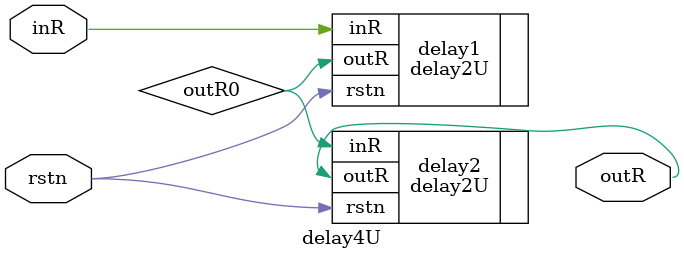
<source format=v>
`timescale 1ns / 1ps

module delay4U(inR, outR, rstn);
input inR, rstn;
output outR;

wire outR0;


delay2U delay1(.inR(inR), .outR(outR0), .rstn(rstn));
delay2U delay2(.inR(outR0), .outR(outR), .rstn(rstn));
endmodule


</source>
